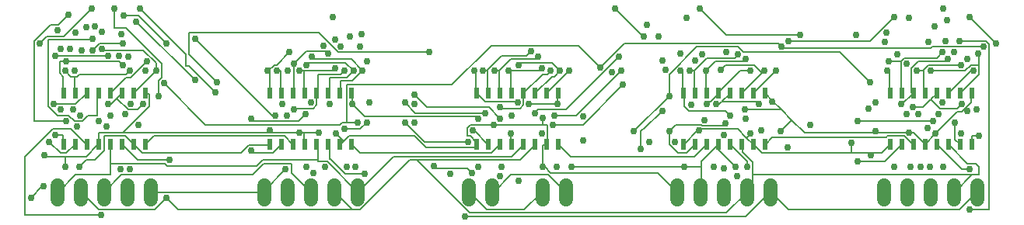
<source format=gbr>
G04 EAGLE Gerber RS-274X export*
G75*
%MOMM*%
%FSLAX34Y34*%
%LPD*%
%INBottom Copper*%
%IPPOS*%
%AMOC8*
5,1,8,0,0,1.08239X$1,22.5*%
G01*
%ADD10C,1.524000*%
%ADD11R,0.600000X1.200000*%
%ADD12C,0.152400*%
%ADD13C,0.756400*%


D10*
X150800Y127620D02*
X150800Y112380D01*
X125400Y112380D02*
X125400Y127620D01*
X100000Y127620D02*
X100000Y112380D01*
X74600Y112380D02*
X74600Y127620D01*
X49200Y127620D02*
X49200Y112380D01*
X274200Y112380D02*
X274200Y127620D01*
X299600Y127620D02*
X299600Y112380D01*
X325000Y112380D02*
X325000Y127620D01*
X350400Y127620D02*
X350400Y112380D01*
X375800Y112380D02*
X375800Y127620D01*
X724200Y127620D02*
X724200Y112380D01*
X749600Y112380D02*
X749600Y127620D01*
X775000Y127620D02*
X775000Y112380D01*
X800400Y112380D02*
X800400Y127620D01*
X825800Y127620D02*
X825800Y112380D01*
X949200Y112380D02*
X949200Y127620D01*
X974600Y127620D02*
X974600Y112380D01*
X1000000Y112380D02*
X1000000Y127620D01*
X1025400Y127620D02*
X1025400Y112380D01*
X1050800Y112380D02*
X1050800Y127620D01*
X577300Y127620D02*
X577300Y112380D01*
X602700Y112380D02*
X602700Y127620D01*
X497300Y127620D02*
X497300Y112380D01*
X522700Y112380D02*
X522700Y127620D01*
D11*
X55550Y228000D03*
X68250Y228000D03*
X80950Y228000D03*
X93650Y228000D03*
X106350Y228000D03*
X119050Y228000D03*
X131750Y228000D03*
X144450Y228000D03*
X144450Y172000D03*
X131750Y172000D03*
X119050Y172000D03*
X106350Y172000D03*
X93650Y172000D03*
X80950Y172000D03*
X68250Y172000D03*
X55550Y172000D03*
X280550Y228000D03*
X293250Y228000D03*
X305950Y228000D03*
X318650Y228000D03*
X331350Y228000D03*
X344050Y228000D03*
X356750Y228000D03*
X369450Y228000D03*
X369450Y172000D03*
X356750Y172000D03*
X344050Y172000D03*
X331350Y172000D03*
X318650Y172000D03*
X305950Y172000D03*
X293250Y172000D03*
X280550Y172000D03*
X505550Y228000D03*
X518250Y228000D03*
X530950Y228000D03*
X543650Y228000D03*
X556350Y228000D03*
X569050Y228000D03*
X581750Y228000D03*
X594450Y228000D03*
X594450Y172000D03*
X581750Y172000D03*
X569050Y172000D03*
X556350Y172000D03*
X543650Y172000D03*
X530950Y172000D03*
X518250Y172000D03*
X505550Y172000D03*
X730550Y228000D03*
X743250Y228000D03*
X755950Y228000D03*
X768650Y228000D03*
X781350Y228000D03*
X794050Y228000D03*
X806750Y228000D03*
X819450Y228000D03*
X819450Y172000D03*
X806750Y172000D03*
X794050Y172000D03*
X781350Y172000D03*
X768650Y172000D03*
X755950Y172000D03*
X743250Y172000D03*
X730550Y172000D03*
X955550Y228000D03*
X968250Y228000D03*
X980950Y228000D03*
X993650Y228000D03*
X1006350Y228000D03*
X1019050Y228000D03*
X1031750Y228000D03*
X1044450Y228000D03*
X1044450Y172000D03*
X1031750Y172000D03*
X1019050Y172000D03*
X1006350Y172000D03*
X993650Y172000D03*
X980950Y172000D03*
X968250Y172000D03*
X955550Y172000D03*
D12*
X800000Y153750D02*
X782500Y171250D01*
X800000Y153750D02*
X800000Y147500D01*
X782500Y171250D02*
X781350Y172000D01*
X1007500Y171250D02*
X1033750Y145000D01*
X1042500Y145000D01*
X1007500Y171250D02*
X1006350Y172000D01*
X845000Y101250D02*
X826250Y120000D01*
X845000Y101250D02*
X1031250Y101250D01*
X1050000Y120000D01*
X826250Y120000D02*
X825800Y120000D01*
X1050000Y120000D02*
X1050800Y120000D01*
X106250Y138750D02*
X106250Y151250D01*
X106250Y171250D01*
X106250Y138750D02*
X68750Y138750D01*
X50000Y120000D01*
X106250Y171250D02*
X106350Y172000D01*
X50000Y120000D02*
X49200Y120000D01*
X332500Y153750D02*
X332500Y155000D01*
X332500Y171250D01*
X332500Y153750D02*
X342500Y153750D01*
X376250Y120000D01*
X332500Y171250D02*
X331350Y172000D01*
X543750Y158750D02*
X556250Y171250D01*
X543750Y158750D02*
X415000Y158750D01*
X376250Y120000D01*
X556250Y171250D02*
X556350Y172000D01*
X376250Y120000D02*
X375800Y120000D01*
X166250Y151250D02*
X106250Y151250D01*
X166250Y151250D02*
X168750Y148750D01*
X266250Y148750D01*
X272500Y155000D01*
X332500Y155000D01*
X798750Y93750D02*
X825000Y120000D01*
X798750Y93750D02*
X492500Y93750D01*
X825000Y120000D02*
X825800Y120000D01*
D13*
X800000Y147500D03*
X1042500Y145000D03*
X492500Y93750D03*
D12*
X795000Y163750D02*
X795000Y171250D01*
X795000Y163750D02*
X806250Y152500D01*
X806250Y138750D02*
X806250Y120000D01*
X806250Y138750D02*
X806250Y152500D01*
X806250Y120000D02*
X800400Y120000D01*
X795000Y171250D02*
X794050Y172000D01*
X1020000Y171250D02*
X1040000Y151250D01*
X1048750Y151250D01*
X1052500Y147500D01*
X1052500Y138750D01*
X1045000Y138750D01*
X1026250Y120000D01*
X1020000Y171250D02*
X1019050Y172000D01*
X1025400Y120000D02*
X1026250Y120000D01*
X1045000Y138750D02*
X806250Y138750D01*
X136250Y155000D02*
X120000Y171250D01*
X136250Y155000D02*
X171250Y155000D01*
X167500Y113750D02*
X155000Y101250D01*
X93750Y101250D01*
X75000Y120000D01*
X119050Y172000D02*
X120000Y171250D01*
X75000Y120000D02*
X74600Y120000D01*
X345000Y156250D02*
X345000Y171250D01*
X345000Y156250D02*
X346250Y156250D01*
X362500Y140000D01*
X383750Y140000D01*
X345000Y171250D02*
X344050Y172000D01*
X552500Y155000D02*
X568750Y171250D01*
X440000Y155000D02*
X432500Y155000D01*
X440000Y155000D02*
X552500Y155000D01*
X432500Y155000D02*
X378750Y101250D01*
X370000Y101250D01*
X351250Y120000D01*
X568750Y171250D02*
X569050Y172000D01*
X351250Y120000D02*
X350400Y120000D01*
X180000Y101250D02*
X167500Y113750D01*
X180000Y101250D02*
X370000Y101250D01*
X777500Y97500D02*
X800000Y120000D01*
X777500Y97500D02*
X497500Y97500D01*
X440000Y155000D01*
X800000Y120000D02*
X800400Y120000D01*
D13*
X171250Y155000D03*
X167500Y113750D03*
X383750Y140000D03*
D12*
X750000Y153750D02*
X765000Y168750D01*
X767500Y171250D01*
X750000Y147500D02*
X750000Y120000D01*
X750000Y147500D02*
X750000Y153750D01*
X767500Y171250D02*
X768650Y172000D01*
X750000Y120000D02*
X749600Y120000D01*
X750000Y147500D02*
X731250Y147500D01*
X766250Y168750D02*
X787500Y147500D01*
X766250Y168750D02*
X765000Y168750D01*
X1005000Y183750D02*
X1028750Y207500D01*
X1005000Y183750D02*
X993750Y172500D01*
X1028750Y207500D02*
X1033750Y207500D01*
X1037500Y211250D02*
X1043750Y217500D01*
X1037500Y211250D02*
X1033750Y207500D01*
X1043750Y217500D02*
X1043750Y227500D01*
X1044450Y228000D01*
X862500Y185000D02*
X848750Y198750D01*
X837500Y210000D01*
X827500Y220000D01*
X820000Y227500D01*
X976250Y185000D02*
X981250Y185000D01*
X976250Y185000D02*
X940000Y185000D01*
X862500Y185000D01*
X981250Y185000D02*
X993750Y172500D01*
X820000Y227500D02*
X819450Y228000D01*
X993750Y172500D02*
X993650Y172000D01*
X848750Y198750D02*
X836250Y186250D01*
X827500Y218750D02*
X827500Y220000D01*
X940000Y186250D02*
X940000Y185000D01*
X1037500Y211250D02*
X1040000Y208750D01*
X837500Y210000D02*
X797500Y210000D01*
X593750Y216250D02*
X593750Y227500D01*
X594450Y228000D01*
X542500Y183750D02*
X542500Y172500D01*
X543650Y172000D01*
X562500Y216250D02*
X593750Y216250D01*
X370000Y216250D02*
X370000Y227500D01*
X369450Y228000D01*
X93750Y185000D02*
X93750Y172500D01*
X93750Y185000D02*
X120000Y185000D01*
X148750Y213750D01*
X148750Y227500D01*
X145000Y227500D01*
X93750Y172500D02*
X93650Y172000D01*
X144450Y228000D02*
X145000Y227500D01*
X317500Y185000D02*
X317500Y172500D01*
X280000Y185000D02*
X120000Y185000D01*
X280000Y185000D02*
X312500Y185000D01*
X317500Y185000D01*
X317500Y172500D02*
X318650Y172000D01*
X36250Y158750D02*
X35000Y160000D01*
X57500Y158750D02*
X80000Y158750D01*
X57500Y158750D02*
X36250Y158750D01*
X80000Y158750D02*
X92500Y171250D01*
X93650Y172000D01*
X57500Y158750D02*
X57500Y147500D01*
X317500Y185000D02*
X333750Y185000D01*
X280000Y185000D02*
X280000Y187500D01*
X505000Y202500D02*
X507500Y200000D01*
X505000Y202500D02*
X383750Y202500D01*
X370000Y216250D01*
X608750Y147500D02*
X731250Y147500D01*
D13*
X731250Y147500D03*
X787500Y147500D03*
X836250Y186250D03*
X1005000Y183750D03*
X827500Y218750D03*
X940000Y186250D03*
X976250Y185000D03*
X1040000Y208750D03*
X797500Y210000D03*
X145000Y252500D03*
X593750Y216250D03*
X542500Y183750D03*
X562500Y216250D03*
X370000Y216250D03*
X35000Y160000D03*
X57500Y147500D03*
X333750Y185000D03*
X280000Y187500D03*
X507500Y200000D03*
X312500Y185000D03*
X608750Y147500D03*
D12*
X1026250Y177500D02*
X1031750Y172000D01*
X1026250Y177500D02*
X1026250Y196250D01*
X747500Y188750D02*
X746250Y187500D01*
X731250Y172500D01*
X747500Y188750D02*
X790000Y188750D01*
X798750Y180000D02*
X806750Y172000D01*
X798750Y180000D02*
X790000Y188750D01*
X731250Y172500D02*
X730550Y172000D01*
X946250Y162500D02*
X955000Y171250D01*
X913750Y162500D02*
X816250Y162500D01*
X913750Y162500D02*
X935000Y162500D01*
X946250Y162500D01*
X816250Y162500D02*
X806750Y172000D01*
X955000Y171250D02*
X955550Y172000D01*
X913750Y173750D02*
X913750Y162500D01*
X803750Y183750D02*
X800000Y180000D01*
X798750Y180000D01*
X935000Y162500D02*
X935000Y160000D01*
X141250Y162500D02*
X131750Y172000D01*
X141250Y162500D02*
X248750Y162500D01*
X257500Y171250D01*
X280000Y171250D01*
X280550Y172000D01*
X80000Y155000D02*
X72500Y147500D01*
X80000Y155000D02*
X90000Y155000D01*
X100000Y165000D01*
X100000Y181250D01*
X122500Y181250D01*
X131750Y172000D01*
X275000Y122500D02*
X297500Y145000D01*
X275000Y122500D02*
X275000Y120000D01*
X274200Y120000D01*
X55000Y172500D02*
X55000Y182500D01*
X46250Y182500D01*
X55000Y172500D02*
X55550Y172000D01*
X150800Y120000D02*
X274200Y120000D01*
X361250Y176250D02*
X366250Y181250D01*
X361250Y176250D02*
X357500Y172500D01*
X366250Y181250D02*
X437500Y181250D01*
X450000Y168750D01*
X502500Y168750D01*
X505000Y171250D01*
X357500Y172500D02*
X356750Y172000D01*
X505000Y171250D02*
X505550Y172000D01*
X582500Y172500D02*
X582500Y193750D01*
X523750Y193750D02*
X498750Y193750D01*
X523750Y193750D02*
X577500Y193750D01*
X582500Y193750D01*
X498750Y193750D02*
X495000Y190000D01*
X495000Y181250D01*
X498750Y181250D01*
X505000Y175000D01*
X505000Y172500D01*
X581750Y172000D02*
X582500Y172500D01*
X505550Y172000D02*
X505000Y172500D01*
X577500Y171250D02*
X577500Y147500D01*
X577500Y171250D02*
X581250Y171250D01*
X581750Y172000D01*
X577500Y193750D02*
X577500Y201250D01*
X360000Y176250D02*
X352500Y183750D01*
X360000Y176250D02*
X361250Y176250D01*
X702500Y141250D02*
X723750Y120000D01*
X702500Y141250D02*
X586250Y141250D01*
X580000Y147500D01*
X577500Y147500D01*
X723750Y120000D02*
X724200Y120000D01*
X746250Y187500D02*
X747500Y187500D01*
D13*
X1026250Y196250D03*
X913750Y173750D03*
X803750Y183750D03*
X935000Y160000D03*
X72500Y147500D03*
X297500Y145000D03*
X300000Y252500D03*
X46250Y182500D03*
X52500Y276250D03*
X127500Y145000D03*
X577500Y147500D03*
X577500Y201250D03*
X352500Y183750D03*
X523750Y193750D03*
X747500Y187500D03*
D12*
X378750Y162500D02*
X370000Y171250D01*
X378750Y162500D02*
X521250Y162500D01*
X530000Y171250D01*
X370000Y171250D02*
X369450Y172000D01*
X530000Y171250D02*
X530950Y172000D01*
X68250Y172000D02*
X58750Y162500D01*
X52500Y162500D01*
X40000Y175000D01*
X46250Y268750D02*
X103750Y268750D01*
D13*
X40000Y175000D03*
X103750Y268750D03*
X46250Y268750D03*
D12*
X55000Y246250D02*
X55000Y228750D01*
X55000Y246250D02*
X51250Y250000D01*
X51250Y262500D01*
X58750Y262500D01*
X55000Y228750D02*
X55550Y228000D01*
X116250Y262500D02*
X120000Y258750D01*
X116250Y262500D02*
X58750Y262500D01*
D13*
X58750Y262500D03*
X120000Y258750D03*
D12*
X67500Y246250D02*
X67500Y228750D01*
X67500Y246250D02*
X63750Y246250D01*
X57500Y252500D01*
X67500Y228750D02*
X68250Y228000D01*
X123750Y248750D02*
X127500Y252500D01*
X123750Y248750D02*
X72500Y248750D01*
X70000Y246250D01*
X67500Y246250D01*
D13*
X57500Y252500D03*
X127500Y252500D03*
D12*
X80000Y227500D02*
X68750Y216250D01*
X45000Y216250D01*
X80000Y227500D02*
X80950Y228000D01*
D13*
X45000Y216250D03*
X67500Y252500D03*
X128750Y216250D03*
D12*
X92500Y227500D02*
X92500Y203750D01*
X82500Y203750D01*
X76250Y197500D01*
X67500Y197500D01*
X61250Y203750D01*
X48750Y203750D01*
X38750Y213750D01*
X38750Y286250D01*
X86250Y286250D01*
X87500Y287500D01*
X93650Y228000D02*
X92500Y227500D01*
D13*
X87500Y287500D03*
X126250Y267500D03*
D12*
X123750Y245000D02*
X107500Y228750D01*
X123750Y245000D02*
X128750Y245000D01*
X146250Y262500D01*
X107500Y228750D02*
X106350Y228000D01*
X87500Y275000D02*
X95000Y282500D01*
X120000Y282500D01*
D13*
X146250Y262500D03*
X87500Y275000D03*
X120000Y282500D03*
D12*
X113750Y222500D02*
X107500Y216250D01*
X113750Y222500D02*
X118750Y227500D01*
X107500Y216250D02*
X103750Y216250D01*
X118750Y227500D02*
X119050Y228000D01*
X136250Y210000D02*
X142500Y216250D01*
X136250Y210000D02*
X126250Y210000D01*
X113750Y222500D01*
D13*
X103750Y216250D03*
X142500Y216250D03*
D12*
X131750Y228000D02*
X156250Y252500D01*
X98750Y275000D02*
X97500Y276250D01*
X98750Y275000D02*
X142500Y275000D01*
X156250Y261250D01*
X156250Y252500D01*
D13*
X156250Y252500D03*
X97500Y276250D03*
D12*
X283750Y162500D02*
X293250Y172000D01*
X283750Y162500D02*
X262500Y162500D01*
X260000Y165000D01*
X311250Y197500D02*
X318750Y205000D01*
X311250Y197500D02*
X262500Y197500D01*
X260000Y200000D01*
D13*
X260000Y165000D03*
X260000Y200000D03*
X318750Y205000D03*
D12*
X280000Y228750D02*
X280000Y252500D01*
X278750Y252500D01*
X280000Y228750D02*
X280550Y228000D01*
X287500Y258750D02*
X301250Y272500D01*
X287500Y258750D02*
X285000Y258750D01*
X278750Y252500D01*
X277500Y252500D01*
D13*
X277500Y252500D03*
X301250Y272500D03*
D12*
X292500Y252500D02*
X292500Y228750D01*
X292500Y252500D02*
X287500Y252500D01*
X292500Y228750D02*
X293250Y228000D01*
D13*
X287500Y252500D03*
D12*
X306250Y260000D02*
X306250Y228750D01*
X305950Y228000D01*
X343750Y271250D02*
X341250Y273750D01*
X320000Y273750D01*
X306250Y260000D01*
D13*
X306250Y260000D03*
X343750Y271250D03*
D12*
X317500Y252500D02*
X317500Y228750D01*
X317500Y252500D02*
X312500Y252500D01*
X317500Y228750D02*
X318650Y228000D01*
X348750Y252500D02*
X351250Y255000D01*
X348750Y252500D02*
X317500Y252500D01*
D13*
X312500Y252500D03*
X351250Y255000D03*
D12*
X332500Y248750D02*
X332500Y228750D01*
X332500Y248750D02*
X357500Y248750D01*
X361250Y252500D01*
X332500Y228750D02*
X331350Y228000D01*
X307500Y211250D02*
X306250Y210000D01*
X307500Y211250D02*
X327500Y211250D01*
X331250Y215000D01*
X331250Y227500D01*
X331350Y228000D01*
D13*
X361250Y252500D03*
X306250Y210000D03*
D12*
X345000Y228750D02*
X345000Y245000D01*
X363750Y245000D01*
X371250Y252500D01*
X345000Y228750D02*
X344050Y228000D01*
X320000Y258750D02*
X322500Y261250D01*
X362500Y261250D01*
X371250Y252500D01*
D13*
X371250Y252500D03*
X320000Y258750D03*
D12*
X357500Y241250D02*
X357500Y228750D01*
X357500Y241250D02*
X370000Y241250D01*
X381250Y252500D01*
X357500Y228750D02*
X356750Y228000D01*
X328750Y265000D02*
X326250Y267500D01*
X328750Y265000D02*
X368750Y265000D01*
X381250Y252500D01*
D13*
X381250Y252500D03*
X326250Y267500D03*
D12*
X502500Y187500D02*
X517500Y172500D01*
X502500Y187500D02*
X501250Y187500D01*
X517500Y172500D02*
X518250Y172000D01*
D13*
X501250Y187500D03*
X543750Y203750D03*
D12*
X505000Y228750D02*
X505000Y252500D01*
X502500Y252500D01*
X505000Y228750D02*
X505550Y228000D01*
X548750Y218750D02*
X550000Y217500D01*
X548750Y218750D02*
X515000Y218750D01*
X506250Y227500D01*
X505550Y228000D01*
D13*
X502500Y252500D03*
X550000Y217500D03*
D12*
X517500Y228750D02*
X517500Y252500D01*
X516250Y252500D01*
X517500Y228750D02*
X518250Y228000D01*
X560000Y268750D02*
X565000Y273750D01*
X560000Y268750D02*
X532500Y268750D01*
X516250Y252500D01*
X512500Y252500D01*
D13*
X512500Y252500D03*
X565000Y273750D03*
D12*
X530000Y252500D02*
X530000Y228750D01*
X530000Y252500D02*
X525000Y252500D01*
X530000Y228750D02*
X530950Y228000D01*
X570000Y265000D02*
X572500Y267500D01*
X570000Y265000D02*
X542500Y265000D01*
X530000Y252500D01*
D13*
X525000Y252500D03*
X572500Y267500D03*
D12*
X542500Y252500D02*
X542500Y228750D01*
X543650Y228000D01*
X573750Y252500D02*
X576250Y255000D01*
X573750Y252500D02*
X542500Y252500D01*
X540000Y252500D01*
D13*
X540000Y252500D03*
X576250Y255000D03*
D12*
X577500Y248750D02*
X557500Y228750D01*
X577500Y248750D02*
X582500Y248750D01*
X586250Y252500D01*
X557500Y228750D02*
X556350Y228000D01*
X532500Y211250D02*
X531250Y212500D01*
X532500Y211250D02*
X552500Y211250D01*
X556250Y215000D01*
X556250Y227500D01*
X556350Y228000D01*
D13*
X586250Y252500D03*
X531250Y212500D03*
D12*
X570000Y228750D02*
X587500Y246250D01*
X590000Y246250D01*
X596250Y252500D01*
X570000Y228750D02*
X569050Y228000D01*
X551250Y258750D02*
X553750Y261250D01*
X587500Y261250D01*
X596250Y252500D01*
D13*
X596250Y252500D03*
X551250Y258750D03*
D12*
X581750Y228000D02*
X606250Y252500D01*
D13*
X606250Y252500D03*
D12*
X733750Y162500D02*
X743250Y172000D01*
X733750Y162500D02*
X725000Y162500D01*
X715000Y172500D01*
X715000Y186250D01*
X773750Y192500D02*
X776250Y195000D01*
X773750Y192500D02*
X751250Y192500D01*
X750000Y193750D01*
X722500Y193750D01*
X715000Y186250D01*
D13*
X715000Y186250D03*
X776250Y195000D03*
D12*
X730000Y228750D02*
X730000Y252500D01*
X727500Y252500D01*
X730000Y228750D02*
X730550Y228000D01*
X776250Y208750D02*
X781250Y203750D01*
X776250Y208750D02*
X736250Y208750D01*
X731250Y213750D01*
X731250Y227500D01*
X730550Y228000D01*
D13*
X727500Y252500D03*
X781250Y203750D03*
D12*
X742500Y228750D02*
X742500Y252500D01*
X737500Y252500D01*
X742500Y228750D02*
X743250Y228000D01*
X786250Y266250D02*
X790000Y270000D01*
X786250Y266250D02*
X756250Y266250D01*
X742500Y252500D01*
D13*
X737500Y252500D03*
X790000Y270000D03*
D12*
X755000Y252500D02*
X755000Y228750D01*
X755950Y228000D01*
X796250Y262500D02*
X798750Y265000D01*
X796250Y262500D02*
X765000Y262500D01*
X755000Y252500D01*
D13*
X755000Y252500D03*
X798750Y265000D03*
D12*
X792500Y252500D02*
X768750Y228750D01*
X792500Y252500D02*
X803750Y252500D01*
X768750Y228750D02*
X768650Y228000D01*
X758750Y218750D02*
X756250Y216250D01*
X758750Y218750D02*
X760000Y218750D01*
X768750Y227500D01*
X768650Y228000D01*
D13*
X803750Y252500D03*
X756250Y216250D03*
D12*
X770000Y216250D02*
X772500Y218750D01*
X781250Y227500D01*
X770000Y216250D02*
X766250Y216250D01*
X781250Y227500D02*
X781350Y228000D01*
X810000Y218750D02*
X812500Y216250D01*
X810000Y218750D02*
X772500Y218750D01*
D13*
X766250Y216250D03*
X812500Y216250D03*
D12*
X795000Y228750D02*
X816250Y250000D01*
X795000Y228750D02*
X794050Y228000D01*
X771250Y253750D02*
X776250Y258750D01*
X807500Y258750D01*
X816250Y250000D01*
X818750Y252500D01*
D13*
X818750Y252500D03*
X771250Y253750D03*
D12*
X806750Y228000D02*
X831250Y252500D01*
D13*
X831250Y252500D03*
D12*
X80000Y172500D02*
X63750Y188750D01*
X43750Y188750D01*
X13750Y158750D01*
X13750Y95000D01*
X96250Y95000D01*
X80950Y172000D02*
X80000Y172500D01*
X303750Y141250D02*
X325000Y120000D01*
X303750Y141250D02*
X303750Y151250D01*
X273750Y151250D01*
X261250Y138750D01*
X118750Y138750D01*
X100000Y120000D01*
D13*
X96250Y95000D03*
D12*
X1045000Y172500D02*
X1045000Y181250D01*
X1052500Y181250D01*
X1045000Y172500D02*
X1044450Y172000D01*
D13*
X1052500Y181250D03*
D12*
X1031750Y228000D02*
X1052500Y248750D01*
X1052500Y258750D02*
X1052500Y271250D01*
X1052500Y258750D02*
X1052500Y248750D01*
X1052500Y271250D02*
X1051250Y271250D01*
X1037500Y252500D02*
X1000000Y252500D01*
X1037500Y252500D02*
X1043750Y258750D01*
X1052500Y258750D01*
D13*
X1051250Y271250D03*
X1000000Y252500D03*
D12*
X1020000Y228750D02*
X1043750Y252500D01*
X1046250Y252500D01*
X1020000Y228750D02*
X1019050Y228000D01*
D13*
X1046250Y252500D03*
X996250Y190000D03*
D12*
X991250Y212500D02*
X1000000Y221250D01*
X1006250Y227500D01*
X991250Y212500D02*
X980000Y212500D01*
X1006250Y227500D02*
X1006350Y228000D01*
X1028750Y211250D02*
X1033750Y216250D01*
X1028750Y211250D02*
X1010000Y211250D01*
X1000000Y221250D01*
D13*
X980000Y212500D03*
X1033750Y216250D03*
D12*
X992500Y228750D02*
X992500Y252500D01*
X991250Y252500D02*
X985000Y252500D01*
X991250Y252500D02*
X992500Y252500D01*
X992500Y228750D02*
X993650Y228000D01*
X997500Y258750D02*
X1032500Y258750D01*
X997500Y258750D02*
X991250Y252500D01*
D13*
X985000Y252500D03*
X1032500Y258750D03*
D12*
X980000Y227500D02*
X968750Y216250D01*
X967500Y216250D01*
X980000Y227500D02*
X980950Y228000D01*
X1016250Y262500D02*
X1018750Y265000D01*
X1016250Y262500D02*
X986250Y262500D01*
X978750Y255000D01*
X978750Y228750D01*
X980000Y228750D01*
X980950Y228000D01*
D13*
X967500Y216250D03*
X1018750Y265000D03*
D12*
X967500Y262500D02*
X967500Y228750D01*
X967500Y262500D02*
X953750Y262500D01*
X967500Y228750D02*
X968250Y228000D01*
X1006250Y266250D02*
X1012500Y272500D01*
X1006250Y266250D02*
X971250Y266250D01*
X967500Y262500D01*
D13*
X953750Y262500D03*
X1012500Y272500D03*
D12*
X955000Y252500D02*
X955000Y228750D01*
X955000Y252500D02*
X952500Y252500D01*
X955000Y228750D02*
X955550Y228000D01*
D13*
X952500Y252500D03*
X1012500Y217500D03*
D12*
X968250Y172000D02*
X950000Y153750D01*
X920000Y153750D01*
X920000Y197500D02*
X1002500Y197500D01*
D13*
X920000Y153750D03*
X1002500Y197500D03*
X920000Y197500D03*
D12*
X32500Y126250D02*
X20000Y113750D01*
X32500Y126250D02*
X33750Y126250D01*
D13*
X20000Y113750D03*
X33750Y126250D03*
X48750Y296250D03*
X52500Y210000D03*
D12*
X50000Y302500D02*
X61250Y313750D01*
X50000Y302500D02*
X41250Y302500D01*
X23750Y285000D01*
X23750Y197500D01*
X58750Y197500D01*
D13*
X61250Y313750D03*
X58750Y197500D03*
X62500Y276250D03*
X73750Y203750D03*
X68750Y293750D03*
X66250Y210000D03*
X80000Y300000D03*
X93750Y197500D03*
D12*
X56250Y290000D02*
X86250Y320000D01*
X56250Y290000D02*
X37500Y290000D01*
X30000Y282500D01*
D13*
X86250Y320000D03*
X30000Y282500D03*
X90000Y301250D03*
X102500Y191250D03*
X97500Y295000D03*
X106250Y203750D03*
X75000Y275000D03*
X117500Y145000D03*
X116250Y268750D03*
X122500Y205000D03*
D12*
X111250Y298750D02*
X111250Y320000D01*
X111250Y298750D02*
X123750Y298750D01*
X162500Y260000D01*
X162500Y245000D01*
X158750Y241250D01*
X158750Y225000D01*
D13*
X111250Y320000D03*
X158750Y225000D03*
X118750Y292500D03*
X137500Y193750D03*
D12*
X137500Y312500D02*
X121250Y312500D01*
X137500Y312500D02*
X167500Y282500D01*
D13*
X121250Y312500D03*
X167500Y282500D03*
D12*
X135000Y306250D02*
X198750Y242500D01*
D13*
X135000Y306250D03*
X198750Y242500D03*
D12*
X188750Y270000D02*
X138750Y320000D01*
X188750Y270000D02*
X188750Y257500D01*
X192500Y257500D01*
X221250Y228750D01*
D13*
X138750Y320000D03*
X221250Y228750D03*
D12*
X198750Y287500D02*
X282500Y203750D01*
X286250Y203750D01*
D13*
X198750Y287500D03*
X286250Y203750D03*
X348750Y311250D03*
X293750Y216250D03*
X338750Y280000D03*
X298750Y203750D03*
X351250Y286250D03*
X320000Y147500D03*
X357500Y278750D03*
X325000Y217500D03*
X367500Y290000D03*
X327500Y141250D03*
X378750Y278750D03*
X373750Y147500D03*
X380000Y292500D03*
X345000Y216250D03*
X386250Y262500D03*
X340000Y147500D03*
X388750Y217500D03*
X363750Y147500D03*
D12*
X378750Y188750D02*
X386250Y196250D01*
X378750Y188750D02*
X361250Y188750D01*
D13*
X386250Y196250D03*
X361250Y188750D03*
D12*
X458750Y148750D02*
X461250Y146250D01*
X495000Y146250D01*
X500000Y141250D01*
D13*
X458750Y148750D03*
X500000Y141250D03*
D12*
X448750Y175000D02*
X427500Y196250D01*
X448750Y175000D02*
X496250Y175000D01*
D13*
X427500Y196250D03*
X496250Y175000D03*
X437500Y196250D03*
X507500Y147500D03*
D12*
X438750Y206250D02*
X427500Y217500D01*
X438750Y206250D02*
X515000Y206250D01*
D13*
X427500Y217500D03*
X515000Y206250D03*
X437500Y216250D03*
X532500Y147500D03*
D12*
X451250Y212500D02*
X437500Y226250D01*
X451250Y212500D02*
X518750Y212500D01*
X531250Y200000D01*
D13*
X437500Y226250D03*
X531250Y200000D03*
X476250Y140000D03*
X531250Y137500D03*
X621250Y202500D03*
X551250Y132500D03*
D12*
X686250Y290000D02*
X656250Y320000D01*
X686250Y290000D02*
X687500Y290000D01*
D13*
X656250Y320000D03*
X687500Y290000D03*
D12*
X660000Y267500D02*
X602500Y210000D01*
X572500Y210000D01*
X568750Y206250D01*
D13*
X660000Y267500D03*
X568750Y206250D03*
X652500Y251250D03*
X576250Y183750D03*
D12*
X613750Y203750D02*
X662500Y252500D01*
X613750Y203750D02*
X590000Y203750D01*
D13*
X662500Y252500D03*
X590000Y203750D03*
D12*
X621250Y193750D02*
X665000Y237500D01*
X621250Y193750D02*
X588750Y193750D01*
D13*
X665000Y237500D03*
X588750Y193750D03*
X621250Y176250D03*
X592500Y147500D03*
X691250Y302500D03*
X703750Y290000D03*
X693750Y175000D03*
X721250Y175000D03*
X707500Y263750D03*
X738750Y215000D03*
X711250Y253750D03*
X753750Y198750D03*
D12*
X707500Y208750D02*
X687500Y188750D01*
X686250Y188750D01*
X683750Y186250D01*
X683750Y167500D01*
D13*
X707500Y208750D03*
X683750Y167500D03*
X743750Y263750D03*
X763750Y147500D03*
X727500Y271250D03*
X775000Y146250D03*
X733750Y310000D03*
X775000Y182500D03*
X751250Y270000D03*
X788750Y137500D03*
D12*
X777500Y291250D02*
X748750Y320000D01*
X777500Y291250D02*
X857500Y291250D01*
D13*
X748750Y320000D03*
X857500Y291250D03*
X777500Y272500D03*
X798750Y200000D03*
X918750Y291250D03*
X815000Y187500D03*
X868750Y193750D03*
X843750Y168750D03*
D12*
X933750Y285000D02*
X960000Y311250D01*
X933750Y285000D02*
X845000Y285000D01*
D13*
X960000Y311250D03*
X845000Y285000D03*
X951250Y293750D03*
X932500Y211250D03*
X950000Y283750D03*
X940000Y217500D03*
X976250Y310000D03*
X960000Y147500D03*
X963750Y270000D03*
X977500Y147500D03*
X997500Y283750D03*
X988750Y147500D03*
X1003750Y301250D03*
X998750Y147500D03*
X973750Y260000D03*
X973750Y205000D03*
D12*
X1071250Y282500D02*
X1042500Y311250D01*
D13*
X1042500Y311250D03*
X1071250Y282500D03*
X1040000Y265000D03*
X1050000Y210000D03*
D12*
X1060000Y285000D02*
X1031250Y285000D01*
X1060000Y285000D02*
X1063750Y281250D01*
X1063750Y101250D01*
X1042500Y101250D01*
D13*
X1031250Y285000D03*
X1042500Y101250D03*
X1025000Y272500D03*
X1032500Y183750D03*
X1016250Y285000D03*
X1008750Y205000D03*
X1017500Y307500D03*
X1013750Y147500D03*
X1013750Y320000D03*
X986250Y205000D03*
D12*
X210000Y193750D02*
X165000Y238750D01*
X210000Y193750D02*
X356250Y193750D01*
X358750Y196250D01*
X363750Y196250D02*
X376250Y196250D01*
X363750Y196250D02*
X358750Y196250D01*
X833750Y282500D02*
X837500Y278750D01*
X833750Y282500D02*
X666250Y282500D01*
X640000Y256250D01*
X1001250Y278750D02*
X1057500Y278750D01*
X1001250Y278750D02*
X1000000Y277500D01*
X838750Y277500D01*
X837500Y278750D01*
X542500Y138750D02*
X523750Y120000D01*
X542500Y138750D02*
X583750Y138750D01*
X602500Y120000D01*
X523750Y120000D02*
X522700Y120000D01*
X602500Y120000D02*
X602700Y120000D01*
X363750Y196250D02*
X363750Y237500D01*
X478750Y237500D01*
X521250Y280000D01*
X616250Y280000D01*
X640000Y256250D01*
D13*
X165000Y238750D03*
X376250Y196250D03*
X837500Y278750D03*
X640000Y256250D03*
X1057500Y278750D03*
D12*
X715000Y225000D02*
X676250Y186250D01*
X901250Y272500D02*
X933750Y240000D01*
X901250Y272500D02*
X796250Y272500D01*
X790000Y278750D01*
X745000Y278750D01*
X715000Y248750D01*
X715000Y225000D01*
X516250Y101250D02*
X497500Y120000D01*
X516250Y101250D02*
X557500Y101250D01*
X576250Y120000D01*
X497500Y120000D02*
X497300Y120000D01*
X576250Y120000D02*
X577300Y120000D01*
X222500Y240000D02*
X192500Y270000D01*
X192500Y293750D01*
X333750Y293750D01*
X355000Y272500D01*
X453750Y272500D01*
D13*
X70000Y191250D03*
X222500Y240000D03*
X715000Y225000D03*
X676250Y186250D03*
X933750Y240000D03*
X453750Y272500D03*
D12*
X595000Y171250D02*
X607500Y158750D01*
X742500Y158750D01*
X755000Y171250D01*
X595000Y171250D02*
X594450Y172000D01*
X755000Y171250D02*
X755950Y172000D01*
X153750Y181250D02*
X145000Y172500D01*
X153750Y181250D02*
X296250Y181250D01*
X305000Y172500D01*
X145000Y172500D02*
X144450Y172000D01*
X305000Y172500D02*
X305950Y172000D01*
X820000Y172500D02*
X827500Y180000D01*
X951250Y180000D01*
X952500Y181250D01*
X971250Y181250D01*
X980000Y172500D01*
X820000Y172500D02*
X819450Y172000D01*
X980000Y172500D02*
X980950Y172000D01*
M02*

</source>
